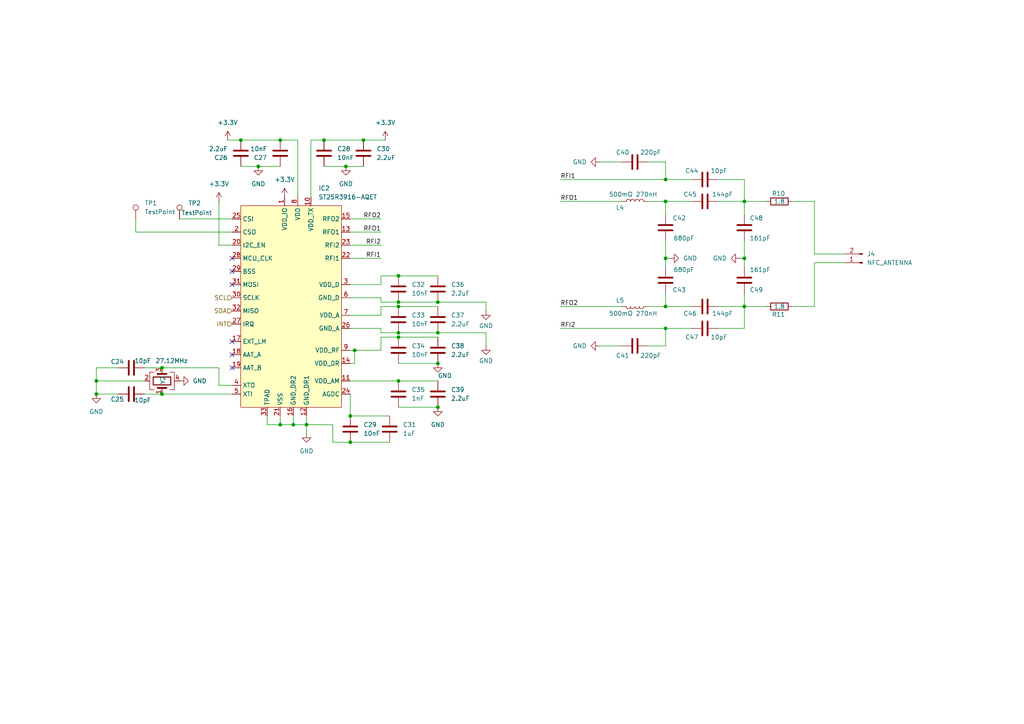
<source format=kicad_sch>
(kicad_sch (version 20250114) (generator "eeschema") (generator_version "9.0")
  (paper "A4")
  (title_block (title "NFC"))
  (lib_symbols
    (symbol "Connector:Conn_01x02_Pin" (pin_names (offset 1.016) (hide yes))
      (property "Reference" "J" (at 0 2.54 0))
      (property "Value" "Conn_01x02_Pin" (at 0 -5.08 0))
      (symbol "Conn_01x02_Pin_1_1"
        (rectangle (start 0.8636 0.127) (end 0 -0.127) (stroke (width 0.1524)) (fill (type outline)))
        (rectangle (start 0.8636 -2.413) (end 0 -2.667) (stroke (width 0.1524)) (fill (type outline)))
        (polyline (pts (xy 1.27 0) (xy 0.8636 0)) (stroke (width 0.1524)))
        (polyline (pts (xy 1.27 -2.54) (xy 0.8636 -2.54)) (stroke (width 0.1524)))
        (pin passive line (at 5.08 0 180) (length 3.81) (name "Pin_1") (number "1"))
        (pin passive line (at 5.08 -2.54 180) (length 3.81) (name "Pin_2") (number "2"))
      )
    )
    (symbol "Connector:TestPoint" (pin_numbers (hide yes)) (pin_names (offset 0.762) (hide yes))
      (property "Reference" "TP" (at 0 6.858 0))
      (property "Value" "TestPoint" (at 0 5.08 0))
      (symbol "TestPoint_0_1"
        (circle (center 0 3.302) (radius 0.762))
      )
      (symbol "TestPoint_1_1"
        (pin passive line (at 0 0 90) (length 2.54) (name "1") (number "1"))
      )
    )
    (symbol "Device:C" (pin_numbers (hide yes)) (pin_names (offset 0.254))
      (property "Reference" "C" (at 0.635 2.54 0))
      (property "Value" "C" (at 0.635 -2.54 0))
      (symbol "C_0_1"
        (polyline (pts (xy -2.032 0.762) (xy 2.032 0.762)) (stroke (width 0.508)))
        (polyline (pts (xy -2.032 -0.762) (xy 2.032 -0.762)) (stroke (width 0.508)))
      )
      (symbol "C_1_1"
        (pin passive line (at 0 3.81 270) (length 2.794) (name "~") (number "1"))
        (pin passive line (at 0 -3.81 90) (length 2.794) (name "~") (number "2"))
      )
    )
    (symbol "Device:Crystal_GND24" (pin_names (offset 1.016) (hide yes))
      (property "Reference" "Y" (at 3.175 5.08 0))
      (property "Value" "Crystal_GND24" (at 3.175 3.175 0))
      (symbol "Crystal_GND24_0_1"
        (polyline (pts (xy -2.54 2.286) (xy -2.54 3.556) (xy 2.54 3.556) (xy 2.54 2.286)))
        (polyline (pts (xy -2.54 0) (xy -2.032 0)))
        (polyline (pts (xy -2.54 -2.286) (xy -2.54 -3.556) (xy 2.54 -3.556) (xy 2.54 -2.286)))
        (polyline (pts (xy -2.032 -1.27) (xy -2.032 1.27)) (stroke (width 0.508)))
        (rectangle (start -1.143 2.54) (end 1.143 -2.54) (stroke (width 0.3048)))
        (polyline (pts (xy 0 3.556) (xy 0 3.81)))
        (polyline (pts (xy 0 -3.81) (xy 0 -3.556)))
        (polyline (pts (xy 2.032 0) (xy 2.54 0)))
        (polyline (pts (xy 2.032 -1.27) (xy 2.032 1.27)) (stroke (width 0.508)))
      )
      (symbol "Crystal_GND24_1_1"
        (pin passive line (at -3.81 0 0) (length 1.27) (name "1") (number "1"))
        (pin passive line (at 0 5.08 270) (length 1.27) (name "2") (number "2"))
        (pin passive line (at 0 -5.08 90) (length 1.27) (name "4") (number "4"))
        (pin passive line (at 3.81 0 180) (length 1.27) (name "3") (number "3"))
      )
    )
    (symbol "Device:L" (pin_numbers (hide yes)) (pin_names (offset 1.016) (hide yes))
      (property "Reference" "L" (at -1.27 0 90))
      (property "Value" "L" (at 1.905 0 90))
      (symbol "L_0_1"
        (arc (start 0 2.54) (mid 0.6323 1.905) (end 0 1.27))
        (arc (start 0 1.27) (mid 0.6323 0.635) (end 0 0))
        (arc (start 0 0) (mid 0.6323 -0.635) (end 0 -1.27))
        (arc (start 0 -1.27) (mid 0.6323 -1.905) (end 0 -2.54))
      )
      (symbol "L_1_1"
        (pin passive line (at 0 3.81 270) (length 1.27) (name "1") (number "1"))
        (pin passive line (at 0 -3.81 90) (length 1.27) (name "2") (number "2"))
      )
    )
    (symbol "Device:R" (pin_numbers (hide yes)) (pin_names (offset 0))
      (property "Reference" "R" (at 2.032 0 90))
      (property "Value" "R" (at 0 0 90))
      (symbol "R_0_1"
        (rectangle (start -1.016 -2.54) (end 1.016 2.54) (stroke (width 0.254)))
      )
      (symbol "R_1_1"
        (pin passive line (at 0 3.81 270) (length 1.27) (name "~") (number "1"))
        (pin passive line (at 0 -3.81 90) (length 1.27) (name "~") (number "2"))
      )
    )
    (symbol "PlajTime:ST25R3916-AQET"
      (property "Reference" "IC" (at 10.16 35.306 0))
      (property "Value" "ST25R3916-AQET" (at 17.526 32.004 0))
      (symbol "ST25R3916-AQET_1_1"
        (rectangle (start -15.24 29.21) (end 13.97 -29.21) (fill (type background)))
        (pin bidirectional line (at -17.78 25.4 0) (length 2.54) (name "CSI") (number "25"))
        (pin output line (at -17.78 21.59 0) (length 2.54) (name "CSO") (number "2"))
        (pin input line (at -17.78 17.78 0) (length 2.54) (name "I2C_EN") (number "20"))
        (pin output line (at -17.78 13.97 0) (length 2.54) (name "MCU_CLK") (number "28"))
        (pin input line (at -17.78 10.16 0) (length 2.54) (name "BSS") (number "29"))
        (pin input line (at -17.78 6.35 0) (length 2.54) (name "MOSI") (number "31"))
        (pin input line (at -17.78 2.54 0) (length 2.54) (name "SCLK") (number "30"))
        (pin input line (at -17.78 -1.27 0) (length 2.54) (name "MISO") (number "32"))
        (pin output line (at -17.78 -5.08 0) (length 2.54) (name "IRQ") (number "27"))
        (pin output line (at -17.78 -10.16 0) (length 2.54) (name "EXT_LM") (number "17"))
        (pin output line (at -17.78 -13.97 0) (length 2.54) (name "AAT_A") (number "18"))
        (pin output line (at -17.78 -17.78 0) (length 2.54) (name "AAT_B") (number "19"))
        (pin output line (at -17.78 -22.86 0) (length 2.54) (name "XTO") (number "4"))
        (pin bidirectional line (at -17.78 -25.4 0) (length 2.54) (name "XTI") (number "5"))
        (pin power_in line (at -7.62 -31.75 90) (length 2.54) (name "TPAD") (number "33"))
        (pin power_out line (at -3.81 -31.75 90) (length 2.54) (name "VSS") (number "21"))
        (pin power_in line (at -2.54 31.75 270) (length 2.54) (name "VDD_IO") (number "1"))
        (pin power_in line (at 0 -31.75 90) (length 2.54) (name "GND_DR2") (number "16"))
        (pin power_in line (at 1.27 31.75 270) (length 2.54) (name "VDD") (number "8"))
        (pin power_in line (at 3.81 -31.75 90) (length 2.54) (name "GND_DR1") (number "12"))
        (pin power_in line (at 5.08 31.75 270) (length 2.54) (name "VDD_TX") (number "10"))
        (pin output line (at 16.51 25.4 180) (length 2.54) (name "RFO2") (number "15"))
        (pin output line (at 16.51 21.59 180) (length 2.54) (name "RFO1") (number "13"))
        (pin input line (at 16.51 17.78 180) (length 2.54) (name "RFI2") (number "23"))
        (pin input line (at 16.51 13.97 180) (length 2.54) (name "RFI1") (number "22"))
        (pin power_out line (at 16.51 6.35 180) (length 2.54) (name "VDD_D") (number "3"))
        (pin input line (at 16.51 2.54 180) (length 2.54) (name "GND_D") (number "6"))
        (pin power_out line (at 16.51 -2.54 180) (length 2.54) (name "VDD_A") (number "7"))
        (pin power_in line (at 16.51 -6.35 180) (length 2.54) (name "GND_A") (number "26"))
        (pin power_out line (at 16.51 -12.7 180) (length 2.54) (name "VDD_RF") (number "9"))
        (pin power_in line (at 16.51 -16.51 180) (length 2.54) (name "VDD_DR") (number "14"))
        (pin power_out line (at 16.51 -21.59 180) (length 2.54) (name "VDD_AM") (number "11"))
        (pin bidirectional line (at 16.51 -25.4 180) (length 2.54) (name "AGDC") (number "24"))
      )
    )
    (symbol "power:+3.3V" (power) (pin_numbers (hide yes)) (pin_names (offset 0) (hide yes))
      (property "Value" "+3.3V" (at 0 3.556 0))
      (symbol "+3.3V_0_1"
        (polyline (pts (xy -0.762 1.27) (xy 0 2.54)))
        (polyline (pts (xy 0 2.54) (xy 0.762 1.27)))
        (polyline (pts (xy 0 0) (xy 0 2.54)))
      )
      (symbol "+3.3V_1_1"
        (pin power_in line (at 0 0 90) (length 0) (name "~") (number "1"))
      )
    )
    (symbol "power:GND" (power) (pin_numbers (hide yes)) (pin_names (offset 0) (hide yes))
      (property "Value" "GND" (at 0 -3.81 0))
      (symbol "GND_0_1"
        (polyline (pts (xy 0 0) (xy 0 -1.27) (xy 1.27 -1.27) (xy 0 -2.54) (xy -1.27 -1.27) (xy 0 -1.27)))
      )
      (symbol "GND_1_1"
        (pin power_in line (at 0 0 270) (length 0) (name "~") (number "1"))
      )
    )
  )
  (junction (at 115.57 87.63))
  (junction (at 115.57 80.01))
  (junction (at 85.09 123.19))
  (junction (at 193.04 88.9))
  (junction (at 115.57 110.49))
  (junction (at 127 87.63))
  (junction (at 74.93 48.26))
  (junction (at 100.33 48.26))
  (junction (at 88.9 123.19))
  (junction (at 193.04 95.25))
  (junction (at 27.94 110.49))
  (junction (at 215.9 88.9))
  (junction (at 193.04 58.42))
  (junction (at 81.28 40.64))
  (junction (at 193.04 74.93))
  (junction (at 193.04 52.07))
  (junction (at 127 118.11))
  (junction (at 69.85 40.64))
  (junction (at 115.57 88.9))
  (junction (at 127 96.52))
  (junction (at 102.87 101.6))
  (junction (at 93.98 40.64))
  (junction (at 101.6 120.65))
  (junction (at 46.99 106.68))
  (junction (at 115.57 96.52))
  (junction (at 27.94 114.3))
  (junction (at 101.6 128.27))
  (junction (at 105.41 40.64))
  (junction (at 46.99 114.3))
  (junction (at 81.28 123.19))
  (junction (at 127 105.41))
  (junction (at 215.9 74.93))
  (junction (at 115.57 97.79))
  (junction (at 215.9 58.42))
  (no_connect (at 67.31 74.93))
  (no_connect (at 67.31 78.74))
  (no_connect (at 67.31 99.06))
  (no_connect (at 67.31 82.55))
  (no_connect (at 67.31 102.87))
  (no_connect (at 67.31 106.68))
  (wire (pts (xy 194.31 74.93) (xy 193.04 74.93)))
  (wire (pts (xy 101.6 86.36) (xy 110.49 86.36)))
  (wire (pts (xy 81.28 123.19) (xy 85.09 123.19)))
  (wire (pts (xy 101.6 120.65) (xy 113.03 120.65)))
  (wire (pts (xy 102.87 101.6) (xy 101.6 101.6)))
  (wire (pts (xy 41.91 114.3) (xy 46.99 114.3)))
  (wire (pts (xy 115.57 97.79) (xy 127 97.79)))
  (wire (pts (xy 140.97 90.17) (xy 140.97 87.63)))
  (wire (pts (xy 110.49 95.25) (xy 110.49 96.52)))
  (wire (pts (xy 110.49 97.79) (xy 115.57 97.79)))
  (wire (pts (xy 215.9 88.9) (xy 222.25 88.9)))
  (wire (pts (xy 208.28 52.07) (xy 215.9 52.07)))
  (wire (pts (xy 90.17 40.64) (xy 93.98 40.64)))
  (wire (pts (xy 46.99 114.3) (xy 67.31 114.3)))
  (wire (pts (xy 63.5 71.12) (xy 67.31 71.12)))
  (wire (pts (xy 110.49 96.52) (xy 115.57 96.52)))
  (wire (pts (xy 215.9 88.9) (xy 208.28 88.9)))
  (wire (pts (xy 215.9 58.42) (xy 208.28 58.42)))
  (wire (pts (xy 77.47 120.65) (xy 77.47 123.19)))
  (wire (pts (xy 193.04 52.07) (xy 200.66 52.07)))
  (wire (pts (xy 193.04 74.93) (xy 193.04 69.85)))
  (wire (pts (xy 101.6 128.27) (xy 113.03 128.27)))
  (wire (pts (xy 101.6 114.3) (xy 101.6 120.65)))
  (wire (pts (xy 27.94 110.49) (xy 27.94 114.3)))
  (wire (pts (xy 115.57 105.41) (xy 127 105.41)))
  (wire (pts (xy 215.9 58.42) (xy 222.25 58.42)))
  (wire (pts (xy 110.49 80.01) (xy 115.57 80.01)))
  (wire (pts (xy 115.57 96.52) (xy 127 96.52)))
  (wire (pts (xy 193.04 95.25) (xy 200.66 95.25)))
  (wire (pts (xy 39.37 67.31) (xy 39.37 63.5)))
  (wire (pts (xy 101.6 71.12) (xy 110.49 71.12)))
  (wire (pts (xy 34.29 106.68) (xy 27.94 106.68)))
  (wire (pts (xy 193.04 62.23) (xy 193.04 58.42)))
  (wire (pts (xy 140.97 96.52) (xy 127 96.52)))
  (wire (pts (xy 69.85 48.26) (xy 74.93 48.26)))
  (wire (pts (xy 193.04 46.99) (xy 193.04 52.07)))
  (wire (pts (xy 110.49 91.44) (xy 110.49 88.9)))
  (wire (pts (xy 193.04 74.93) (xy 193.04 77.47)))
  (wire (pts (xy 96.52 123.19) (xy 96.52 128.27)))
  (wire (pts (xy 110.49 82.55) (xy 110.49 80.01)))
  (wire (pts (xy 101.6 91.44) (xy 110.49 91.44)))
  (wire (pts (xy 115.57 110.49) (xy 127 110.49)))
  (wire (pts (xy 101.6 67.31) (xy 110.49 67.31)))
  (wire (pts (xy 101.6 82.55) (xy 110.49 82.55)))
  (wire (pts (xy 193.04 85.09) (xy 193.04 88.9)))
  (wire (pts (xy 236.22 58.42) (xy 236.22 73.66)))
  (wire (pts (xy 110.49 101.6) (xy 102.87 101.6)))
  (wire (pts (xy 200.66 58.42) (xy 193.04 58.42)))
  (wire (pts (xy 86.36 40.64) (xy 81.28 40.64)))
  (wire (pts (xy 93.98 40.64) (xy 105.41 40.64)))
  (wire (pts (xy 200.66 88.9) (xy 193.04 88.9)))
  (wire (pts (xy 88.9 125.73) (xy 88.9 123.19)))
  (wire (pts (xy 162.56 58.42) (xy 180.34 58.42)))
  (wire (pts (xy 229.87 88.9) (xy 236.22 88.9)))
  (wire (pts (xy 214.63 74.93) (xy 215.9 74.93)))
  (wire (pts (xy 90.17 57.15) (xy 90.17 40.64)))
  (wire (pts (xy 115.57 118.11) (xy 127 118.11)))
  (wire (pts (xy 101.6 110.49) (xy 115.57 110.49)))
  (wire (pts (xy 193.04 58.42) (xy 187.96 58.42)))
  (wire (pts (xy 93.98 48.26) (xy 100.33 48.26)))
  (wire (pts (xy 215.9 52.07) (xy 215.9 58.42)))
  (wire (pts (xy 173.99 46.99) (xy 180.34 46.99)))
  (wire (pts (xy 208.28 95.25) (xy 215.9 95.25)))
  (wire (pts (xy 74.93 48.26) (xy 81.28 48.26)))
  (wire (pts (xy 100.33 48.26) (xy 105.41 48.26)))
  (wire (pts (xy 63.5 111.76) (xy 63.5 106.68)))
  (wire (pts (xy 102.87 101.6) (xy 102.87 105.41)))
  (wire (pts (xy 110.49 63.5) (xy 101.6 63.5)))
  (wire (pts (xy 236.22 76.2) (xy 236.22 88.9)))
  (wire (pts (xy 96.52 128.27) (xy 101.6 128.27)))
  (wire (pts (xy 193.04 95.25) (xy 162.56 95.25)))
  (wire (pts (xy 46.99 106.68) (xy 63.5 106.68)))
  (wire (pts (xy 236.22 76.2) (xy 245.11 76.2)))
  (wire (pts (xy 88.9 123.19) (xy 85.09 123.19)))
  (wire (pts (xy 86.36 57.15) (xy 86.36 40.64)))
  (wire (pts (xy 115.57 87.63) (xy 127 87.63)))
  (wire (pts (xy 81.28 120.65) (xy 81.28 123.19)))
  (wire (pts (xy 96.52 123.19) (xy 88.9 123.19)))
  (wire (pts (xy 193.04 88.9) (xy 187.96 88.9)))
  (wire (pts (xy 187.96 100.33) (xy 193.04 100.33)))
  (wire (pts (xy 115.57 80.01) (xy 127 80.01)))
  (wire (pts (xy 34.29 114.3) (xy 27.94 114.3)))
  (wire (pts (xy 162.56 88.9) (xy 180.34 88.9)))
  (wire (pts (xy 88.9 123.19) (xy 88.9 120.65)))
  (wire (pts (xy 140.97 100.33) (xy 140.97 96.52)))
  (wire (pts (xy 215.9 95.25) (xy 215.9 88.9)))
  (wire (pts (xy 77.47 123.19) (xy 81.28 123.19)))
  (wire (pts (xy 52.07 63.5) (xy 67.31 63.5)))
  (wire (pts (xy 115.57 88.9) (xy 127 88.9)))
  (wire (pts (xy 215.9 74.93) (xy 215.9 69.85)))
  (wire (pts (xy 102.87 105.41) (xy 101.6 105.41)))
  (wire (pts (xy 85.09 120.65) (xy 85.09 123.19)))
  (wire (pts (xy 111.76 40.64) (xy 105.41 40.64)))
  (wire (pts (xy 66.04 40.64) (xy 69.85 40.64)))
  (wire (pts (xy 215.9 74.93) (xy 215.9 77.47)))
  (wire (pts (xy 69.85 40.64) (xy 81.28 40.64)))
  (wire (pts (xy 27.94 106.68) (xy 27.94 110.49)))
  (wire (pts (xy 162.56 52.07) (xy 193.04 52.07)))
  (wire (pts (xy 187.96 46.99) (xy 193.04 46.99)))
  (wire (pts (xy 229.87 58.42) (xy 236.22 58.42)))
  (wire (pts (xy 101.6 95.25) (xy 110.49 95.25)))
  (wire (pts (xy 173.99 100.33) (xy 180.34 100.33)))
  (wire (pts (xy 215.9 62.23) (xy 215.9 58.42)))
  (wire (pts (xy 236.22 73.66) (xy 245.11 73.66)))
  (wire (pts (xy 67.31 111.76) (xy 63.5 111.76)))
  (wire (pts (xy 110.49 97.79) (xy 110.49 101.6)))
  (wire (pts (xy 140.97 87.63) (xy 127 87.63)))
  (wire (pts (xy 67.31 67.31) (xy 39.37 67.31)))
  (wire (pts (xy 63.5 58.42) (xy 63.5 71.12)))
  (wire (pts (xy 193.04 100.33) (xy 193.04 95.25)))
  (wire (pts (xy 110.49 87.63) (xy 115.57 87.63)))
  (wire (pts (xy 41.91 106.68) (xy 46.99 106.68)))
  (wire (pts (xy 110.49 86.36) (xy 110.49 87.63)))
  (wire (pts (xy 215.9 85.09) (xy 215.9 88.9)))
  (wire (pts (xy 101.6 74.93) (xy 110.49 74.93)))
  (wire (pts (xy 110.49 88.9) (xy 115.57 88.9)))
  (wire (pts (xy 27.94 110.49) (xy 41.91 110.49)))
  (label "RFI2" (at 110.49 71.12 180))
  (label "RFO2" (at 162.56 88.9 0))
  (label "RFO1" (at 162.56 58.42 0))
  (label "RFO2" (at 110.49 63.5 180))
  (label "RFI1" (at 110.49 74.93 180))
  (label "RFI2" (at 162.56 95.25 0))
  (label "RFO1" (at 110.49 67.31 180))
  (label "RFI1" (at 162.56 52.07 0))
  (hierarchical_label "INT" (shape input) (at 67.31 93.98 180))
  (hierarchical_label "SCL" (shape input) (at 67.31 86.36 180))
  (hierarchical_label "SDA" (shape input) (at 67.31 90.17 180))
  (symbol (lib_id "power:GND") (at 52.07 110.49 90) (unit 1)
    (property "Reference" "#PWR049" (effects (hide yes)))
    (property "Value" "GND" (at 55.88 110.4899 90) (effects (justify right)))
    (property "Description" "Power symbol creates a global label with name \"GND\" , ground" (effects (hide yes)))
  )
  (symbol (lib_id "Device:C") (at 215.9 81.28 0) (mirror x) (unit 1)
    (property "Reference" "C49" (at 217.424 84.074 0) (effects (justify left)))
    (property "Value" "161pF" (at 217.424 78.232 0) (effects (justify left)))
    (property "Footprint" "Capacitor_SMD:C_0201_0603Metric" (effects (hide yes)))
    (property "Description" "Unpolarized capacitor" (effects (hide yes)))
  )
  (symbol (lib_id "power:GND") (at 194.31 74.93 90) (unit 1)
    (property "Reference" "#PWR063" (effects (hide yes)))
    (property "Value" "GND" (at 198.12 74.9299 90) (effects (justify right)))
    (property "Description" "Power symbol creates a global label with name \"GND\" , ground" (effects (hide yes)))
  )
  (symbol (lib_id "Device:C") (at 93.98 44.45 0) (unit 1)
    (property "Reference" "C28" (at 97.79 43.1799 0) (effects (justify left)))
    (property "Value" "10nF" (at 97.79 45.7199 0) (effects (justify left)))
    (property "Footprint" "Capacitor_SMD:C_0201_0603Metric" (effects (hide yes)))
    (property "Description" "Unpolarized capacitor" (effects (hide yes)))
  )
  (symbol (lib_id "Device:R") (at 226.06 88.9 90) (mirror x) (unit 1)
    (property "Reference" "R11" (at 225.806 91.186 90))
    (property "Value" "1.8" (at 226.06 88.9 90))
    (property "Footprint" "Resistor_SMD:R_0201_0603Metric" (effects (hide yes)))
    (property "Description" "Resistor" (effects (hide yes)))
  )
  (symbol (lib_id "Device:C") (at 115.57 92.71 0) (unit 1)
    (property "Reference" "C33" (at 119.38 91.4399 0) (effects (justify left)))
    (property "Value" "10nF" (at 119.38 93.9799 0) (effects (justify left)))
    (property "Footprint" "Capacitor_SMD:C_0201_0603Metric" (effects (hide yes)))
    (property "Description" "Unpolarized capacitor" (effects (hide yes)))
  )
  (symbol (lib_id "Device:C") (at 127 83.82 0) (unit 1)
    (property "Reference" "C36" (at 130.81 82.5499 0) (effects (justify left)))
    (property "Value" "2.2uF" (at 130.81 85.0899 0) (effects (justify left)))
    (property "Footprint" "Capacitor_SMD:C_0201_0603Metric" (effects (hide yes)))
    (property "Description" "Unpolarized capacitor" (effects (hide yes)))
  )
  (symbol (lib_id "Device:C") (at 105.41 44.45 0) (unit 1)
    (property "Reference" "C30" (at 109.22 43.1799 0) (effects (justify left)))
    (property "Value" "2.2uF" (at 109.22 45.7199 0) (effects (justify left)))
    (property "Footprint" "Capacitor_SMD:C_0201_0603Metric" (effects (hide yes)))
    (property "Description" "Unpolarized capacitor" (effects (hide yes)))
  )
  (symbol (lib_id "Device:C") (at 204.47 95.25 90) (mirror x) (unit 1)
    (property "Reference" "C47" (at 200.66 97.79 90))
    (property "Value" "10pF" (at 208.534 97.79 90))
    (property "Footprint" "Capacitor_SMD:C_0201_0603Metric" (effects (hide yes)))
    (property "Description" "Unpolarized capacitor" (effects (hide yes)))
  )
  (symbol (lib_id "power:GND") (at 127 105.41 0) (unit 1)
    (property "Reference" "#PWR057" (effects (hide yes)))
    (property "Value" "GND" (at 129.032 108.966 0))
    (property "Description" "Power symbol creates a global label with name \"GND\" , ground" (effects (hide yes)))
  )
  (symbol (lib_id "power:GND") (at 100.33 48.26 0) (unit 1)
    (property "Reference" "#PWR055" (effects (hide yes)))
    (property "Value" "GND" (at 100.33 53.34 0))
    (property "Description" "Power symbol creates a global label with name \"GND\" , ground" (effects (hide yes)))
  )
  (symbol (lib_id "power:GND") (at 214.63 74.93 270) (unit 1)
    (property "Reference" "#PWR064" (effects (hide yes)))
    (property "Value" "GND" (at 210.82 74.9299 90) (effects (justify right)))
    (property "Description" "Power symbol creates a global label with name \"GND\" , ground" (effects (hide yes)))
  )
  (symbol (lib_id "Connector:TestPoint") (at 39.37 63.5 0) (unit 1)
    (property "Reference" "TP1" (at 41.91 58.9279 0) (effects (justify left)))
    (property "Value" "TestPoint" (at 41.91 61.4679 0) (effects (justify left)))
    (property "Footprint" "TestPoint:TestPoint_Pad_D1.0mm" (effects (hide yes)))
    (property "Description" "test point" (effects (hide yes)))
  )
  (symbol (lib_id "Device:C") (at 193.04 81.28 0) (mirror x) (unit 1)
    (property "Reference" "C43" (at 195.072 84.074 0) (effects (justify left)))
    (property "Value" "680pF" (at 195.326 78.232 0) (effects (justify left)))
    (property "Footprint" "Capacitor_SMD:C_0201_0603Metric" (effects (hide yes)))
    (property "Description" "Unpolarized capacitor" (effects (hide yes)))
  )
  (symbol (lib_id "Device:C") (at 204.47 52.07 90) (unit 1)
    (property "Reference" "C44" (at 200.66 49.53 90))
    (property "Value" "10pF" (at 208.534 49.53 90))
    (property "Footprint" "Capacitor_SMD:C_0201_0603Metric" (effects (hide yes)))
    (property "Description" "Unpolarized capacitor" (effects (hide yes)))
  )
  (symbol (lib_id "power:GND") (at 88.9 125.73 0) (unit 1)
    (property "Reference" "#PWR054" (effects (hide yes)))
    (property "Value" "GND" (at 88.9 130.81 0))
    (property "Description" "Power symbol creates a global label with name \"GND\" , ground" (effects (hide yes)))
  )
  (symbol (lib_id "power:GND") (at 127 118.11 0) (unit 1)
    (property "Reference" "#PWR058" (effects (hide yes)))
    (property "Value" "GND" (at 127 123.19 0))
    (property "Description" "Power symbol creates a global label with name \"GND\" , ground" (effects (hide yes)))
  )
  (symbol (lib_id "power:GND") (at 140.97 90.17 0) (unit 1)
    (property "Reference" "#PWR059" (effects (hide yes)))
    (property "Value" "GND" (at 140.97 94.488 0))
    (property "Description" "Power symbol creates a global label with name \"GND\" , ground" (effects (hide yes)))
  )
  (symbol (lib_id "Device:R") (at 226.06 58.42 90) (unit 1)
    (property "Reference" "R10" (at 225.806 56.134 90))
    (property "Value" "1.8" (at 226.06 58.42 90))
    (property "Footprint" "Resistor_SMD:R_0201_0603Metric" (effects (hide yes)))
    (property "Description" "Resistor" (effects (hide yes)))
  )
  (symbol (lib_id "Device:C") (at 38.1 114.3 270) (unit 1)
    (property "Reference" "C25" (at 34.036 115.824 90))
    (property "Value" "10pF" (at 41.402 116.078 90))
    (property "Footprint" "Capacitor_SMD:C_0201_0603Metric" (effects (hide yes)))
    (property "Description" "Unpolarized capacitor" (effects (hide yes)))
  )
  (symbol (lib_id "Device:C") (at 115.57 114.3 0) (unit 1)
    (property "Reference" "C35" (at 119.38 113.0299 0) (effects (justify left)))
    (property "Value" "1nF" (at 119.38 115.5699 0) (effects (justify left)))
    (property "Footprint" "Capacitor_SMD:C_0201_0603Metric" (effects (hide yes)))
    (property "Description" "Unpolarized capacitor" (effects (hide yes)))
  )
  (symbol (lib_id "Device:C") (at 204.47 88.9 90) (mirror x) (unit 1)
    (property "Reference" "C46" (at 200.152 90.932 90))
    (property "Value" "144pF" (at 209.55 90.932 90))
    (property "Footprint" "Capacitor_SMD:C_0201_0603Metric" (effects (hide yes)))
    (property "Description" "Unpolarized capacitor" (effects (hide yes)))
  )
  (symbol (lib_id "Device:C") (at 115.57 83.82 0) (unit 1)
    (property "Reference" "C32" (at 119.38 82.5499 0) (effects (justify left)))
    (property "Value" "10nF" (at 119.38 85.0899 0) (effects (justify left)))
    (property "Footprint" "Capacitor_SMD:C_0201_0603Metric" (effects (hide yes)))
    (property "Description" "Unpolarized capacitor" (effects (hide yes)))
  )
  (symbol (lib_id "Device:L") (at 184.15 58.42 90) (unit 1)
    (property "Reference" "L4" (at 179.832 60.198 90))
    (property "Value" "500mΩ 270nH" (at 183.642 56.388 90))
    (property "Footprint" "Inductor_SMD:L_0603_1608Metric" (effects (hide yes)))
    (property "Description" "Inductor" (effects (hide yes)))
  )
  (symbol (lib_id "power:+3.3V") (at 63.5 58.42 0) (unit 1)
    (property "Reference" "#PWR050" (effects (hide yes)))
    (property "Value" "+3.3V" (at 63.5 53.34 0))
    (property "Description" "Power symbol creates a global label with name \"+3.3V\"" (effects (hide yes)))
  )
  (symbol (lib_id "power:+3.3V") (at 111.76 40.64 0) (unit 1)
    (property "Reference" "#PWR056" (effects (hide yes)))
    (property "Value" "+3.3V" (at 111.76 35.56 0))
    (property "Description" "Power symbol creates a global label with name \"+3.3V\"" (effects (hide yes)))
  )
  (symbol (lib_id "Device:C") (at 184.15 100.33 90) (mirror x) (unit 1)
    (property "Reference" "C41" (at 180.594 103.124 90))
    (property "Value" "220pF" (at 188.722 103.124 90))
    (property "Footprint" "Capacitor_SMD:C_0201_0603Metric" (effects (hide yes)))
    (property "Description" "Unpolarized capacitor" (effects (hide yes)))
  )
  (symbol (lib_id "PlajTime:ST25R3916-AQET") (at 85.09 88.9 0) (unit 1)
    (property "Reference" "IC2" (at 92.3641 54.61 0) (effects (justify left)))
    (property "Value" "ST25R3916-AQET" (at 92.3641 57.15 0) (effects (justify left)))
    (property "Footprint" "PlajTime_Library:ST25R3916-AQET" (effects (hide yes)))
    (property "Datasheet" "https://cz.mouser.com/datasheet/2/389/st25r3916-1761505.pdf" (effects (hide yes)))
    (property "Description" "NFC IC (reading writing emulating)" (effects (hide yes)))
  )
  (symbol (lib_id "power:GND") (at 27.94 114.3 0) (unit 1)
    (property "Reference" "#PWR038" (effects (hide yes)))
    (property "Value" "GND" (at 27.94 119.38 0))
    (property "Description" "Power symbol creates a global label with name \"GND\" , ground" (effects (hide yes)))
  )
  (symbol (lib_id "Device:C") (at 127 101.6 0) (unit 1)
    (property "Reference" "C38" (at 130.81 100.3299 0) (effects (justify left)))
    (property "Value" "2.2uF" (at 130.81 102.8699 0) (effects (justify left)))
    (property "Footprint" "Capacitor_SMD:C_0201_0603Metric" (effects (hide yes)))
    (property "Description" "Unpolarized capacitor" (effects (hide yes)))
  )
  (symbol (lib_id "Device:C") (at 127 92.71 0) (unit 1)
    (property "Reference" "C37" (at 130.81 91.4399 0) (effects (justify left)))
    (property "Value" "2.2uF" (at 130.81 93.9799 0) (effects (justify left)))
    (property "Footprint" "Capacitor_SMD:C_0201_0603Metric" (effects (hide yes)))
    (property "Description" "Unpolarized capacitor" (effects (hide yes)))
  )
  (symbol (lib_id "Device:C") (at 101.6 124.46 0) (unit 1)
    (property "Reference" "C29" (at 105.41 123.1899 0) (effects (justify left)))
    (property "Value" "10nF" (at 105.41 125.7299 0) (effects (justify left)))
    (property "Footprint" "Capacitor_SMD:C_0201_0603Metric" (effects (hide yes)))
    (property "Description" "Unpolarized capacitor" (effects (hide yes)))
  )
  (symbol (lib_id "Device:C") (at 38.1 106.68 90) (unit 1)
    (property "Reference" "C24" (at 34.036 104.902 90))
    (property "Value" "10pF" (at 41.402 104.648 90))
    (property "Footprint" "Capacitor_SMD:C_0201_0603Metric" (effects (hide yes)))
    (property "Description" "Unpolarized capacitor" (effects (hide yes)))
  )
  (symbol (lib_id "Device:Crystal_GND24") (at 46.99 110.49 90) (unit 1)
    (property "Reference" "Y2" (at 47.244 110.236 0))
    (property "Value" "27.12MHz" (at 49.784 104.648 90))
    (property "Footprint" "Oscillator:Oscillator_SMD_Abracon_ASCO-4Pin_1.6x1.2mm" (effects (hide yes)))
    (property "Description" "Four pin crystal, GND on pins 2 and 4" (effects (hide yes)))
  )
  (symbol (lib_id "Device:C") (at 69.85 44.45 180) (unit 1)
    (property "Reference" "C26" (at 66.04 45.7201 0) (effects (justify left)))
    (property "Value" "2.2uF" (at 66.04 43.1801 0) (effects (justify left)))
    (property "Footprint" "Capacitor_SMD:C_0201_0603Metric" (effects (hide yes)))
    (property "Description" "Unpolarized capacitor" (effects (hide yes)))
  )
  (symbol (lib_id "power:GND") (at 140.97 100.33 0) (unit 1)
    (property "Reference" "#PWR060" (effects (hide yes)))
    (property "Value" "GND" (at 140.97 104.648 0))
    (property "Description" "Power symbol creates a global label with name \"GND\" , ground" (effects (hide yes)))
  )
  (symbol (lib_id "power:GND") (at 173.99 46.99 270) (unit 1)
    (property "Reference" "#PWR061" (effects (hide yes)))
    (property "Value" "GND" (at 170.18 46.9899 90) (effects (justify right)))
    (property "Description" "Power symbol creates a global label with name \"GND\" , ground" (effects (hide yes)))
  )
  (symbol (lib_id "Device:C") (at 184.15 46.99 90) (unit 1)
    (property "Reference" "C40" (at 180.594 44.196 90))
    (property "Value" "220pF" (at 188.722 44.196 90))
    (property "Footprint" "Capacitor_SMD:C_0201_0603Metric" (effects (hide yes)))
    (property "Description" "Unpolarized capacitor" (effects (hide yes)))
  )
  (symbol (lib_id "power:GND") (at 74.93 48.26 0) (unit 1)
    (property "Reference" "#PWR052" (effects (hide yes)))
    (property "Value" "GND" (at 74.93 53.34 0))
    (property "Description" "Power symbol creates a global label with name \"GND\" , ground" (effects (hide yes)))
  )
  (symbol (lib_id "Device:L") (at 184.15 88.9 90) (mirror x) (unit 1)
    (property "Reference" "L5" (at 179.832 87.122 90))
    (property "Value" "500mΩ 270nH" (at 183.642 90.932 90))
    (property "Footprint" "Inductor_SMD:L_0603_1608Metric" (effects (hide yes)))
    (property "Description" "Inductor" (effects (hide yes)))
  )
  (symbol (lib_id "Device:C") (at 113.03 124.46 0) (unit 1)
    (property "Reference" "C31" (at 116.84 123.1899 0) (effects (justify left)))
    (property "Value" "1uF" (at 116.84 125.7299 0) (effects (justify left)))
    (property "Footprint" "Capacitor_SMD:C_0201_0603Metric" (effects (hide yes)))
    (property "Description" "Unpolarized capacitor" (effects (hide yes)))
  )
  (symbol (lib_id "Device:C") (at 127 114.3 0) (unit 1)
    (property "Reference" "C39" (at 130.81 113.0299 0) (effects (justify left)))
    (property "Value" "2.2uF" (at 130.81 115.5699 0) (effects (justify left)))
    (property "Footprint" "Capacitor_SMD:C_0201_0603Metric" (effects (hide yes)))
    (property "Description" "Unpolarized capacitor" (effects (hide yes)))
  )
  (symbol (lib_id "Device:C") (at 215.9 66.04 0) (unit 1)
    (property "Reference" "C48" (at 217.424 63.246 0) (effects (justify left)))
    (property "Value" "161pF" (at 217.424 69.088 0) (effects (justify left)))
    (property "Footprint" "Capacitor_SMD:C_0201_0603Metric" (effects (hide yes)))
    (property "Description" "Unpolarized capacitor" (effects (hide yes)))
  )
  (symbol (lib_id "power:GND") (at 173.99 100.33 270) (mirror x) (unit 1)
    (property "Reference" "#PWR062" (effects (hide yes)))
    (property "Value" "GND" (at 170.18 100.3301 90) (effects (justify right)))
    (property "Description" "Power symbol creates a global label with name \"GND\" , ground" (effects (hide yes)))
  )
  (symbol (lib_id "Connector:TestPoint") (at 52.07 63.5 0) (unit 1)
    (property "Reference" "TP2" (at 54.61 58.9279 0) (effects (justify left)))
    (property "Value" "TestPoint" (at 52.578 61.722 0) (effects (justify left)))
    (property "Footprint" "TestPoint:TestPoint_Pad_D1.0mm" (effects (hide yes)))
    (property "Description" "test point" (effects (hide yes)))
  )
  (symbol (lib_id "Device:C") (at 193.04 66.04 0) (unit 1)
    (property "Reference" "C42" (at 195.072 63.246 0) (effects (justify left)))
    (property "Value" "680pF" (at 195.326 69.088 0) (effects (justify left)))
    (property "Footprint" "Capacitor_SMD:C_0201_0603Metric" (effects (hide yes)))
    (property "Description" "Unpolarized capacitor" (effects (hide yes)))
  )
  (symbol (lib_id "power:+3.3V") (at 82.55 57.15 0) (unit 1)
    (property "Reference" "#PWR053" (effects (hide yes)))
    (property "Value" "+3.3V" (at 82.55 52.07 0))
    (property "Description" "Power symbol creates a global label with name \"+3.3V\"" (effects (hide yes)))
  )
  (symbol (lib_id "Device:C") (at 81.28 44.45 180) (unit 1)
    (property "Reference" "C27" (at 77.47 45.7201 0) (effects (justify left)))
    (property "Value" "10nF" (at 77.47 43.1801 0) (effects (justify left)))
    (property "Footprint" "Capacitor_SMD:C_0201_0603Metric" (effects (hide yes)))
    (property "Description" "Unpolarized capacitor" (effects (hide yes)))
  )
  (symbol (lib_id "power:+3.3V") (at 66.04 40.64 0) (unit 1)
    (property "Reference" "#PWR051" (effects (hide yes)))
    (property "Value" "+3.3V" (at 66.04 35.56 0))
    (property "Description" "Power symbol creates a global label with name \"+3.3V\"" (effects (hide yes)))
  )
  (symbol (lib_id "Device:C") (at 204.47 58.42 90) (unit 1)
    (property "Reference" "C45" (at 200.152 56.388 90))
    (property "Value" "144pF" (at 209.55 56.388 90))
    (property "Footprint" "Capacitor_SMD:C_0201_0603Metric" (effects (hide yes)))
    (property "Description" "Unpolarized capacitor" (effects (hide yes)))
  )
  (symbol (lib_id "Device:C") (at 115.57 101.6 0) (unit 1)
    (property "Reference" "C34" (at 119.38 100.3299 0) (effects (justify left)))
    (property "Value" "10nF" (at 119.38 102.8699 0) (effects (justify left)))
    (property "Footprint" "Capacitor_SMD:C_0201_0603Metric" (effects (hide yes)))
    (property "Description" "Unpolarized capacitor" (effects (hide yes)))
  )
  (symbol (lib_id "Connector:Conn_01x02_Pin") (at 250.19 76.2 180) (unit 1)
    (property "Reference" "J4" (at 251.46 73.6599 0) (effects (justify right)))
    (property "Value" "NFC_ANTENNA" (at 251.46 76.1999 0) (effects (justify right)))
    (property "Footprint" "Connector_PinHeader_1.00mm:PinHeader_1x02_P1.00mm_Vertical" (effects (hide yes)))
    (property "Description" "Generic connector, single row, 01x02, script generated" (effects (hide yes)))
  )
)
</source>
